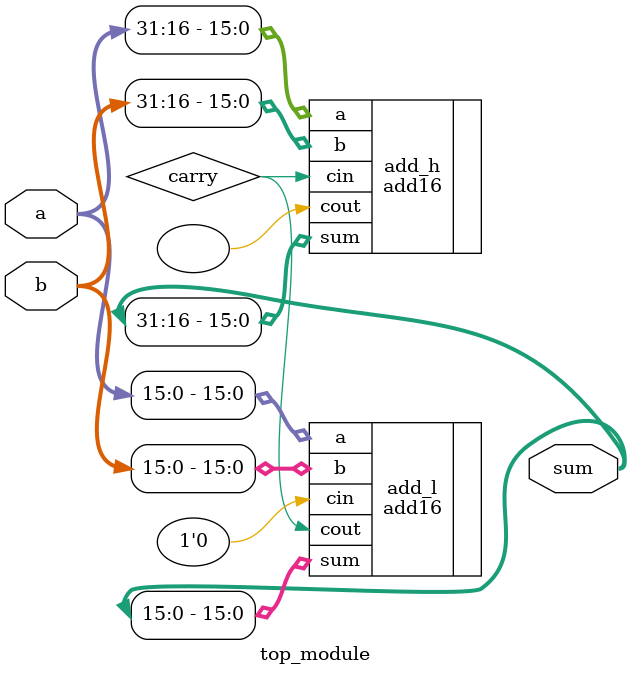
<source format=v>
module top_module(
    input [31:0] a,
    input [31:0] b,
    output [31:0] sum
);
    wire carry;
    add16 add_l( .a(a[15:0]), .b(b[15:0]), .cin(1'b0), .sum(sum[15:0]), .cout(carry) );
    add16 add_h( .a(a[31:16]), .b(b[31:16]), .cin(carry), .sum(sum[31:16]), .cout() );
endmodule

</source>
